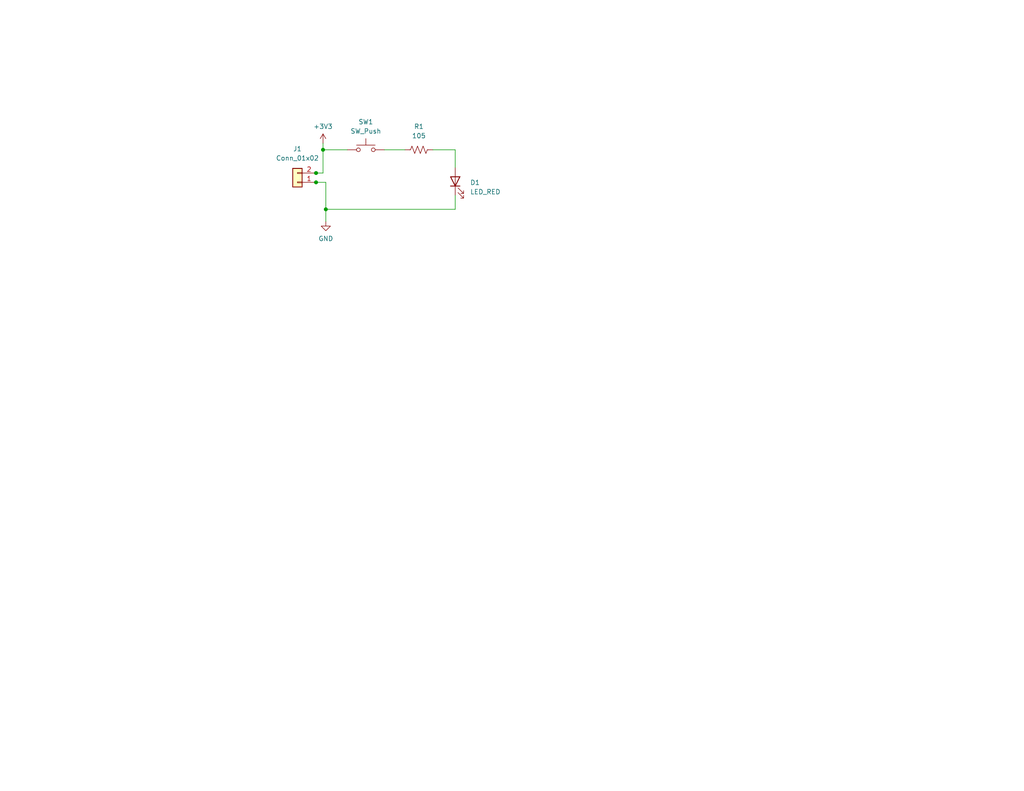
<source format=kicad_sch>
(kicad_sch (version 20230121) (generator eeschema)
  (paper "USLetter")
  (title_block (title "proj1") (date "2023-09-06") (rev "0.0") (company "Illini Solar Car") (comment 1 "Designed By: Aidan Reilly"))
  (lib_symbols
    (symbol "Connector_Generic:Conn_01x02" (pin_names (offset 1.016) hide)
      (property "Reference" "J" (at 0 2.54 0))
      (property "Value" "Conn_01x02" (at 0 -5.08 0))
      (symbol "Conn_01x02_1_1"
        (rectangle (start -1.27 -2.413) (end 0 -2.667) (stroke (width 0.1524)))
        (rectangle (start -1.27 0.127) (end 0 -0.127) (stroke (width 0.1524)))
        (rectangle (start -1.27 1.27) (end 1.27 -3.81) (stroke (width 0.254)) (fill (type background)))
        (pin passive line (at -5.08 0 0) (length 3.81) (name "Pin_1") (number "1"))
        (pin passive line (at -5.08 -2.54 0) (length 3.81) (name "Pin_2") (number "2"))
      )
    )
    (symbol "Device:R_US" (pin_numbers hide) (pin_names (offset 0))
      (property "Reference" "R" (at 2.54 0 90))
      (property "Value" "R_US" (at -2.54 0 90))
      (symbol "R_US_0_1"
        (polyline (pts (xy 0 -2.286) (xy 0 -2.54)))
        (polyline (pts (xy 0 2.286) (xy 0 2.54)))
        (polyline (pts (xy 0 -0.762) (xy 1.016 -1.143) (xy 0 -1.524) (xy -1.016 -1.905) (xy 0 -2.286)))
        (polyline (pts (xy 0 0.762) (xy 1.016 0.381) (xy 0 0) (xy -1.016 -0.381) (xy 0 -0.762)))
        (polyline (pts (xy 0 2.286) (xy 1.016 1.905) (xy 0 1.524) (xy -1.016 1.143) (xy 0 0.762)))
      )
      (symbol "R_US_1_1"
        (pin passive line (at 0 3.81 270) (length 1.27) (name "~") (number "1"))
        (pin passive line (at 0 -3.81 90) (length 1.27) (name "~") (number "2"))
      )
    )
    (symbol "Switch:SW_Push" (pin_numbers hide) (pin_names (offset 1.016) hide)
      (property "Reference" "SW" (at 1.27 2.54 0))
      (property "Value" "SW_Push" (at 0 -1.524 0))
      (symbol "SW_Push_0_1"
        (circle (center -2.032 0) (radius 0.508))
        (polyline (pts (xy 0 1.27) (xy 0 3.048)))
        (polyline (pts (xy 2.54 1.27) (xy -2.54 1.27)))
        (circle (center 2.032 0) (radius 0.508))
        (pin passive line (at -5.08 0 0) (length 2.54) (name "1") (number "1"))
        (pin passive line (at 5.08 0 180) (length 2.54) (name "2") (number "2"))
      )
    )
    (symbol "device:LED" (pin_numbers hide) (pin_names (offset 1.016) hide)
      (property "Reference" "D" (at 0 2.54 0))
      (property "Value" "LED" (at 0 -2.54 0))
      (symbol "LED_0_1"
        (polyline (pts (xy -1.27 -1.27) (xy -1.27 1.27)) (stroke (width 0.254)))
        (polyline (pts (xy -1.27 0) (xy 1.27 0)))
        (polyline (pts (xy 1.27 -1.27) (xy 1.27 1.27) (xy -1.27 0) (xy 1.27 -1.27)) (stroke (width 0.254)))
        (polyline (pts (xy -3.048 -0.762) (xy -4.572 -2.286) (xy -3.81 -2.286) (xy -4.572 -2.286) (xy -4.572 -1.524)))
        (polyline (pts (xy -1.778 -0.762) (xy -3.302 -2.286) (xy -2.54 -2.286) (xy -3.302 -2.286) (xy -3.302 -1.524)))
      )
      (symbol "LED_1_1"
        (pin passive line (at -3.81 0 0) (length 2.54) (name "K") (number "1"))
        (pin passive line (at 3.81 0 180) (length 2.54) (name "A") (number "2"))
      )
    )
    (symbol "power:+3V3" (power) (pin_names (offset 0))
      (property "Value" "+3V3" (at 0 3.556 0))
      (symbol "+3V3_0_1"
        (polyline (pts (xy -0.762 1.27) (xy 0 2.54)))
        (polyline (pts (xy 0 0) (xy 0 2.54)))
        (polyline (pts (xy 0 2.54) (xy 0.762 1.27)))
      )
      (symbol "+3V3_1_1"
        (pin power_in line (at 0 0 90) (length 0) hide (name "+3V3") (number "1"))
      )
    )
    (symbol "power:GND" (power) (pin_names (offset 0))
      (property "Value" "GND" (at 0 -3.81 0))
      (symbol "GND_0_1"
        (polyline (pts (xy 0 0) (xy 0 -1.27) (xy 1.27 -1.27) (xy 0 -2.54) (xy -1.27 -1.27) (xy 0 -1.27)))
      )
      (symbol "GND_1_1"
        (pin power_in line (at 0 0 270) (length 0) hide (name "GND") (number "1"))
      )
    )
  )
  (junction (at 86.233 49.784))
  (junction (at 86.233 47.244))
  (junction (at 88.9 57.15))
  (junction (at 88.138 40.894))
  (wire (pts (xy 118.11 40.894) (xy 124.206 40.894)))
  (wire (pts (xy 86.233 47.244) (xy 88.138 47.244)))
  (wire (pts (xy 88.138 39.116) (xy 88.138 40.894)))
  (wire (pts (xy 86.106 47.244) (xy 86.233 47.244)))
  (wire (pts (xy 124.206 53.34) (xy 124.206 57.15)))
  (wire (pts (xy 86.233 49.784) (xy 88.9 49.784)))
  (wire (pts (xy 88.9 57.15) (xy 88.9 60.452)))
  (wire (pts (xy 86.106 49.784) (xy 86.233 49.784)))
  (wire (pts (xy 124.206 40.894) (xy 124.206 45.72)))
  (wire (pts (xy 124.206 57.15) (xy 88.9 57.15)))
  (wire (pts (xy 88.138 47.244) (xy 88.138 40.894)))
  (wire (pts (xy 88.9 49.784) (xy 88.9 57.15)))
  (wire (pts (xy 104.902 40.894) (xy 110.49 40.894)))
  (wire (pts (xy 88.138 40.894) (xy 94.742 40.894)))
  (symbol (lib_id "Connector_Generic:Conn_01x02") (at 81.153 49.784 180) (unit 1)
    (property "Reference" "J1" (at 81.153 40.64 0))
    (property "Value" "Conn_01x02" (at 81.153 43.18 0))
    (property "Footprint" "Connector_Molex:Molex_KK-254_AE-6410-02A_1x02_P2.54mm_Vertical" (effects hide))
    (property "Datasheet" "https://tools.molex.com/pdm_docs/sd/022272021_sd.pdf" (effects hide))
    (property "MPN" "022272021" (effects hide))
  )
  (symbol (lib_id "power:GND") (at 88.9 60.452 0) (unit 1)
    (property "Reference" "#PWR02" (effects hide))
    (property "Value" "GND" (at 88.9 65.151 0))
  )
  (symbol (lib_id "Switch:SW_Push") (at 99.822 40.894 0) (unit 1)
    (property "Reference" "SW1" (at 99.822 33.274 0))
    (property "Value" "SW_Push" (at 99.822 35.814 0))
    (property "Footprint" "Button_Switch_SMD:SW_DIP_SPSTx01_Slide_6.7x4.1mm_W8.61mm_P2.54mm_LowProfile" (effects hide))
    (property "Datasheet" "https://www.te.com/usa-en/product-1825910-6.datasheet.pdf" (effects hide))
    (property "MPN" "1825910-6" (effects hide))
  )
  (symbol (lib_id "device:LED") (at 124.206 49.53 90) (unit 1)
    (property "Reference" "D1" (at 128.27 49.8475 90) (effects (justify right)))
    (property "Value" "LED_RED" (at 128.27 52.3875 90) (effects (justify right)))
    (property "Footprint" "layout:LED_0603_Symbol_on_F.SilkS" (effects hide))
  )
  (symbol (lib_id "Device:R_US") (at 114.3 40.894 90) (unit 1)
    (property "Reference" "R1" (at 114.3 34.544 90))
    (property "Value" "105" (at 114.3 37.084 90))
    (property "Footprint" "Resistor_SMD:R_0603_1608Metric_Pad0.98x0.95mm_HandSolder" (effects hide))
  )
  (symbol (lib_id "power:+3V3") (at 88.138 39.116 0) (unit 1)
    (property "Reference" "#PWR01" (effects hide))
    (property "Value" "+3V3" (at 88.138 34.544 0))
  )
)
</source>
